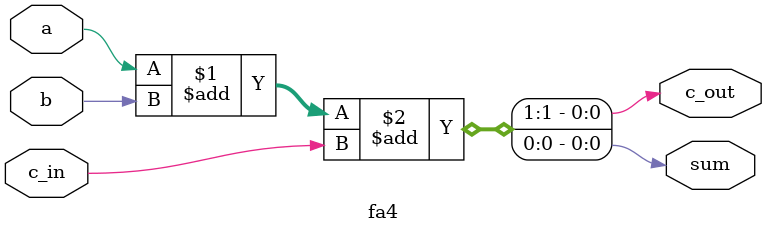
<source format=v>
module fa4 (
    input   a,
    input   b,
    input   c_in,
    output  sum,
    output  c_out
);


    assign {c_out, sum} = a + b + c_in;

endmodule


</source>
